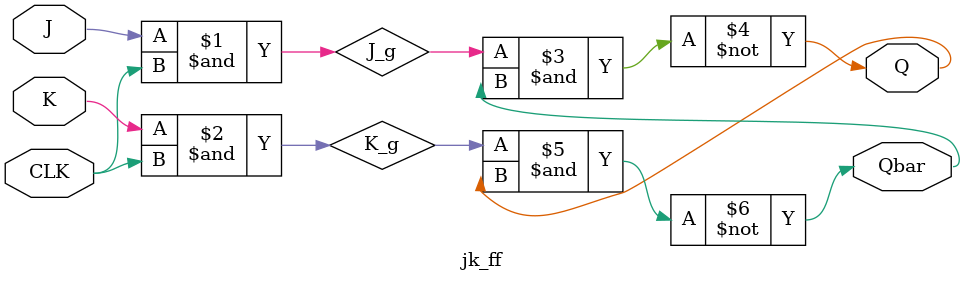
<source format=sv>
`timescale 1ns/1ps
module jk_ff(
    input  J, K, CLK,
    output Q, Qbar
);
    wire J_g, K_g;
   
    assign #1 J_g = J & CLK;
    assign #1 K_g = K & CLK;
    assign #1 Q    = ~( (J_g & Qbar) );
    assign #1 Qbar = ~( (K_g & Q)   );

endmodule

</source>
